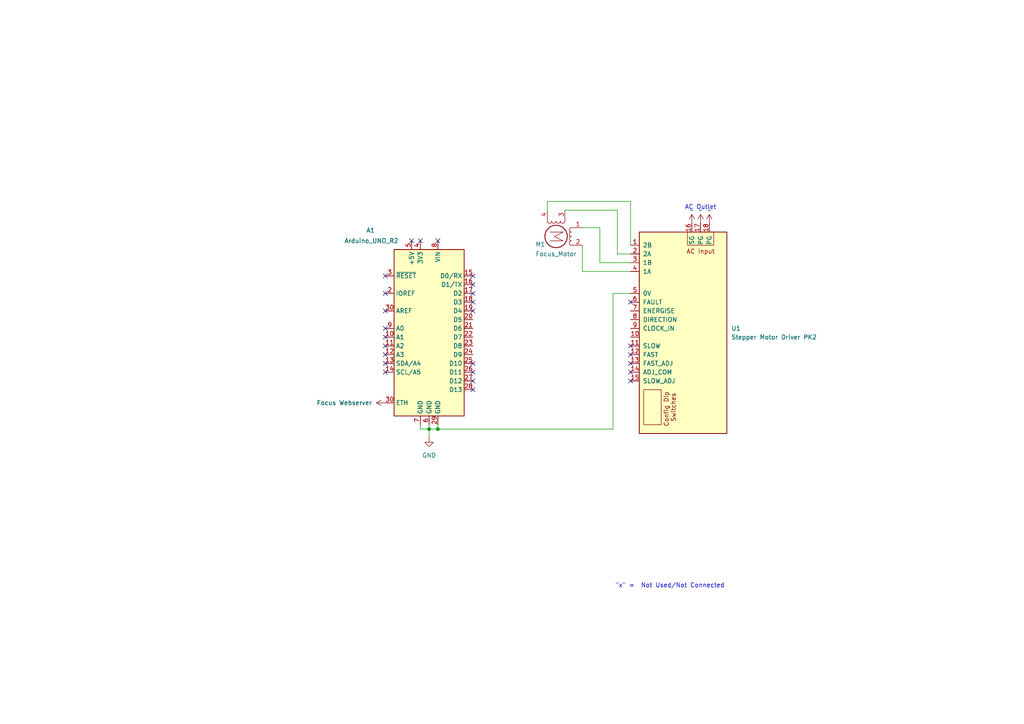
<source format=kicad_sch>
(kicad_sch (version 20250114) (generator "eeschema") (generator_version "9.0")
  (paper "A4")
  (lib_symbols
    (symbol "Driver_Motor:STK672-040-E" (pin_names (offset 1.016))
      (property "Reference" "U1" (at -12.7 -0.0001 0))
      (property "Value" "Stepper Motor Driver PK2" (at -12.7 2.5399 0))
      (symbol "STK672-040-E_0_1"
        (rectangle (start -11.43 30.48) (end 13.97 -27.94) (stroke (width 0.254)) (fill (type background)))
        (rectangle (start 7.62 27.94) (end 12.7 17.78))
      )
      (symbol "STK672-040-E_1_1"
        (rectangle (start -7.62 -24.13) (end 0 -27.94))
        (text "AC Input" (at -3.81 -22.352 0) (effects (font (size 1.27 1.27))))
        (text "Config Dip \nSwitches" (at 5.08 22.86 900) (effects (font (size 1.27 1.27))))
        (pin power_in line (at -6.35 -30.48 90) (length 2.54) (name "PG") (number "18"))
        (pin power_in line (at -3.81 -30.48 90) (length 2.54) (name "PG") (number "17"))
        (pin power_in line (at -1.27 -30.48 90) (length 2.54) (name "SG") (number "16"))
        (pin input line (at 16.51 15.24 180) (length 2.54) (name "SLOW_ADJ") (number "15"))
        (pin input line (at 16.51 12.7 180) (length 2.54) (name "ADJ_COM") (number "14"))
        (pin input line (at 16.51 10.16 180) (length 2.54) (name "FAST_ADJ") (number "13"))
        (pin input line (at 16.51 7.62 180) (length 2.54) (name "FAST") (number "12"))
        (pin input line (at 16.51 5.08 180) (length 2.54) (name "SLOW") (number "11"))
        (pin input line (at 16.51 2.54 180) (length 2.54) (name "") (number "10"))
        (pin input line (at 16.51 0 180) (length 2.54) (name "CLOCK_IN") (number "9"))
        (pin input line (at 16.51 -2.54 180) (length 2.54) (name "DIRECTION") (number "8"))
        (pin input line (at 16.51 -5.08 180) (length 2.54) (name "ENERGISE") (number "7"))
        (pin output line (at 16.51 -7.62 180) (length 2.54) (name "FAULT") (number "6"))
        (pin input line (at 16.51 -10.16 180) (length 2.54) (name "0V") (number "5"))
        (pin output line (at 16.51 -16.51 180) (length 2.54) (name "1A") (number "4"))
        (pin output line (at 16.51 -19.05 180) (length 2.54) (name "1B") (number "3"))
        (pin output line (at 16.51 -21.59 180) (length 2.54) (name "2A") (number "2"))
        (pin output line (at 16.51 -24.13 180) (length 2.54) (name "2B") (number "1"))
      )
    )
    (symbol "MCU_Module:Arduino_UNO_R2"
      (property "Reference" "A1" (at 7.2741 27.94 0))
      (property "Value" "Arduino_UNO_R2" (at 7.2741 25.4 0))
      (symbol "Arduino_UNO_R2_0_1"
        (rectangle (start -10.16 22.86) (end 10.16 -25.4) (stroke (width 0.254)) (fill (type background)))
      )
      (symbol "Arduino_UNO_R2_1_1"
        (pin bidirectional line (at -12.7 15.24 0) (length 2.54) (name "D0/RX") (number "15"))
        (pin bidirectional line (at -12.7 12.7 0) (length 2.54) (name "D1/TX") (number "16"))
        (pin bidirectional line (at -12.7 10.16 0) (length 2.54) (name "D2") (number "17"))
        (pin bidirectional line (at -12.7 7.62 0) (length 2.54) (name "D3") (number "18"))
        (pin bidirectional line (at -12.7 5.08 0) (length 2.54) (name "D4") (number "19"))
        (pin bidirectional line (at -12.7 2.54 0) (length 2.54) (name "D5") (number "20"))
        (pin bidirectional line (at -12.7 0 0) (length 2.54) (name "D6") (number "21"))
        (pin bidirectional line (at -12.7 -2.54 0) (length 2.54) (name "D7") (number "22"))
        (pin bidirectional line (at -12.7 -5.08 0) (length 2.54) (name "D8") (number "23"))
        (pin bidirectional line (at -12.7 -7.62 0) (length 2.54) (name "D9") (number "24"))
        (pin bidirectional line (at -12.7 -10.16 0) (length 2.54) (name "D10") (number "25"))
        (pin bidirectional line (at -12.7 -12.7 0) (length 2.54) (name "D11") (number "26"))
        (pin bidirectional line (at -12.7 -15.24 0) (length 2.54) (name "D12") (number "27"))
        (pin bidirectional line (at -12.7 -17.78 0) (length 2.54) (name "D13") (number "28"))
        (pin no_connect line (at -10.16 -20.32 0) (length 2.54) (hide yes) (name "NC") (number "1"))
        (pin power_in line (at -2.54 25.4 270) (length 2.54) (name "VIN") (number "8"))
        (pin power_in line (at -2.54 -27.94 90) (length 2.54) (name "GND") (number "29"))
        (pin power_in line (at 0 -27.94 90) (length 2.54) (name "GND") (number "6"))
        (pin power_out line (at 2.54 25.4 270) (length 2.54) (name "3V3") (number "4"))
        (pin power_in line (at 2.54 -27.94 90) (length 2.54) (name "GND") (number "7"))
        (pin power_out line (at 5.08 25.4 270) (length 2.54) (name "+5V") (number "5"))
        (pin input line (at 12.7 15.24 180) (length 2.54) (name "~{RESET}") (number "3"))
        (pin output line (at 12.7 10.16 180) (length 2.54) (name "IOREF") (number "2"))
        (pin input line (at 12.7 5.08 180) (length 2.54) (name "AREF") (number "30"))
        (pin bidirectional line (at 12.7 0 180) (length 2.54) (name "A0") (number "9"))
        (pin bidirectional line (at 12.7 -2.54 180) (length 2.54) (name "A1") (number "10"))
        (pin bidirectional line (at 12.7 -5.08 180) (length 2.54) (name "A2") (number "11"))
        (pin bidirectional line (at 12.7 -7.62 180) (length 2.54) (name "A3") (number "12"))
        (pin bidirectional line (at 12.7 -10.16 180) (length 2.54) (name "SDA/A4") (number "13"))
        (pin bidirectional line (at 12.7 -12.7 180) (length 2.54) (name "SCL/A5") (number "14"))
        (pin bidirectional line (at 12.7 -21.59 180) (length 2.54) (name "ETH") (number "30"))
      )
    )
    (symbol "Motor:Stepper_Motor_bipolar" (pin_names (offset 0) (hide yes))
      (property "Reference" "M" (at 3.81 2.54 0))
      (property "Value" "Stepper_Motor_bipolar" (at 3.81 1.27 0))
      (symbol "Stepper_Motor_bipolar_0_0"
        (polyline (pts (xy -1.27 -1.778) (xy -1.27 2.032) (xy 0 -0.508) (xy 1.27 2.032) (xy 1.27 -1.778)))
      )
      (symbol "Stepper_Motor_bipolar_0_1"
        (polyline (pts (xy -5.08 2.54) (xy -4.445 2.54)))
        (polyline (pts (xy -5.08 -2.54) (xy -4.445 -2.54)))
        (arc (start -4.445 2.54) (mid -3.8127 1.905) (end -4.445 1.27))
        (arc (start -4.445 1.27) (mid -3.8127 0.635) (end -4.445 0))
        (arc (start -4.445 0) (mid -3.8127 -0.635) (end -4.445 -1.27))
        (arc (start -4.445 -1.27) (mid -3.8127 -1.905) (end -4.445 -2.54))
        (polyline (pts (xy -2.54 5.08) (xy -2.54 4.445)))
        (arc (start -1.27 4.445) (mid -1.905 3.8127) (end -2.54 4.445))
        (arc (start 0 4.445) (mid -0.635 3.8127) (end -1.27 4.445))
        (circle (center 0 0) (radius 3.2512) (stroke (width 0.254)))
        (arc (start 1.27 4.445) (mid 0.635 3.8127) (end 0 4.445))
        (arc (start 2.54 4.445) (mid 1.905 3.8127) (end 1.27 4.445))
        (polyline (pts (xy 2.54 5.08) (xy 2.54 4.445)))
      )
      (symbol "Stepper_Motor_bipolar_1_1"
        (pin passive line (at -7.62 2.54 0) (length 2.54) (name "~") (number "3"))
        (pin passive line (at -7.62 -2.54 0) (length 2.54) (name "~") (number "4"))
        (pin passive line (at -2.54 7.62 270) (length 2.54) (name "~") (number "1"))
        (pin passive line (at 2.54 7.62 270) (length 2.54) (name "-") (number "2"))
      )
    )
    (symbol "power:+BATT" (power) (pin_numbers (hide yes)) (pin_names (offset 0) (hide yes))
      (property "Value" "+BATT" (at 0 3.556 0))
      (symbol "+BATT_0_1"
        (polyline (pts (xy -0.762 1.27) (xy 0 2.54)))
        (polyline (pts (xy 0 2.54) (xy 0.762 1.27)))
        (polyline (pts (xy 0 0) (xy 0 2.54)))
      )
      (symbol "+BATT_1_1"
        (pin power_in line (at 0 0 90) (length 0) (name "~") (number "1"))
      )
    )
    (symbol "power:GND" (power) (pin_numbers (hide yes)) (pin_names (offset 0) (hide yes))
      (property "Value" "GND" (at 0 -3.81 0))
      (symbol "GND_0_1"
        (polyline (pts (xy 0 0) (xy 0 -1.27) (xy 1.27 -1.27) (xy 0 -2.54) (xy -1.27 -1.27) (xy 0 -1.27)))
      )
      (symbol "GND_1_1"
        (pin power_in line (at 0 0 270) (length 0) (name "~") (number "1"))
      )
    )
  )
  (text "AC Outlet" (at 203.2 60.198 0) (effects (font (size 1.27 1.27))))
  (text "\"x\" =  Not Used/Not Connected\n" (at 194.31 169.926 0) (effects (font (size 1.27 1.27))))
  (junction (at 127 124.46))
  (junction (at 124.46 124.46))
  (no_connect (at 137.16 113.03))
  (no_connect (at 111.76 80.01))
  (no_connect (at 137.16 80.01))
  (no_connect (at 137.16 82.55))
  (no_connect (at 137.16 105.41))
  (no_connect (at 111.76 100.33))
  (no_connect (at 182.88 110.49))
  (no_connect (at 111.76 105.41))
  (no_connect (at 119.38 69.85))
  (no_connect (at 111.76 102.87))
  (no_connect (at 127 69.85))
  (no_connect (at 137.16 107.95))
  (no_connect (at 137.16 110.49))
  (no_connect (at 182.88 107.95))
  (no_connect (at 111.76 97.79))
  (no_connect (at 182.88 102.87))
  (no_connect (at 182.88 105.41))
  (no_connect (at 111.76 95.25))
  (no_connect (at 182.88 100.33))
  (no_connect (at 111.76 85.09))
  (no_connect (at 111.76 107.95))
  (no_connect (at 137.16 90.17))
  (no_connect (at 137.16 87.63))
  (no_connect (at 121.92 69.85))
  (no_connect (at 182.88 87.63))
  (no_connect (at 111.76 90.17))
  (no_connect (at 137.16 85.09))
  (wire (pts (xy 177.8 124.46) (xy 177.8 85.09)))
  (wire (pts (xy 127 124.46) (xy 177.8 124.46)))
  (wire (pts (xy 127 124.46) (xy 127 123.19)))
  (wire (pts (xy 121.92 124.46) (xy 124.46 124.46)))
  (wire (pts (xy 121.92 123.19) (xy 121.92 124.46)))
  (wire (pts (xy 177.8 85.09) (xy 182.88 85.09)))
  (wire (pts (xy 182.88 58.42) (xy 158.75 58.42)))
  (wire (pts (xy 124.46 124.46) (xy 124.46 123.19)))
  (wire (pts (xy 182.88 73.66) (xy 179.07 73.66)))
  (wire (pts (xy 124.46 124.46) (xy 124.46 127)))
  (wire (pts (xy 168.91 78.74) (xy 168.91 71.12)))
  (wire (pts (xy 173.99 76.2) (xy 182.88 76.2)))
  (wire (pts (xy 168.91 78.74) (xy 182.88 78.74)))
  (wire (pts (xy 158.75 58.42) (xy 158.75 60.96)))
  (wire (pts (xy 179.07 73.66) (xy 179.07 60.96)))
  (wire (pts (xy 179.07 60.96) (xy 163.83 60.96)))
  (wire (pts (xy 182.88 71.12) (xy 182.88 58.42)))
  (wire (pts (xy 173.99 76.2) (xy 173.99 66.04)))
  (wire (pts (xy 124.46 124.46) (xy 127 124.46)))
  (wire (pts (xy 173.99 66.04) (xy 168.91 66.04)))
  (symbol (lib_id "power:+BATT") (at 205.74 64.77 0) (unit 1)
    (property "Reference" "#PWR04" (effects (hide yes)))
    (property "Value" "~" (at 205.74 60.96 0))
    (property "Description" "Power symbol creates a global label with name \"+BATT\"" (effects (hide yes)))
  )
  (symbol (lib_id "power:+BATT") (at 200.66 64.77 0) (unit 1)
    (property "Reference" "#PWR02" (effects (hide yes)))
    (property "Value" "~" (at 200.66 60.96 0))
    (property "Description" "Power symbol creates a global label with name \"+BATT\"" (effects (hide yes)))
  )
  (symbol (lib_id "Motor:Stepper_Motor_bipolar") (at 161.29 68.58 270) (unit 1)
    (property "Reference" "M1" (at 156.718 70.866 90))
    (property "Value" "Focus_Motor" (at 161.29 73.66 90))
    (property "Datasheet" "http://www.infineon.com/dgdl/Application-Note-TLE8110EE_driving_UniPolarStepperMotor_V1.1.pdf?fileId=db3a30431be39b97011be5d0aa0a00b0" (effects (hide yes)))
    (property "Description" "4-wire bipolar stepper motor" (effects (hide yes)))
  )
  (symbol (lib_id "Driver_Motor:STK672-040-E") (at 199.39 95.25 180) (unit 1)
    (property "Reference" "U1" (at 212.09 95.2499 0) (effects (justify right)))
    (property "Value" "Stepper Motor Driver PK2" (at 212.09 97.7899 0) (effects (justify right)))
    (property "Datasheet" "http://www.onsemi.com/pub_link/Collateral/EN5227-D.PDF" (effects (hide yes)))
    (property "Description" "Stepper motor driver with microstepping controller, 1.5A" (effects (hide yes)))
  )
  (symbol (lib_id "power:+BATT") (at 203.2 64.77 0) (unit 1)
    (property "Reference" "#PWR03" (effects (hide yes)))
    (property "Value" "~" (at 203.2 60.96 0))
    (property "Description" "Power symbol creates a global label with name \"+BATT\"" (effects (hide yes)))
  )
  (symbol (lib_id "MCU_Module:Arduino_UNO_R2") (at 124.46 95.25 0) (mirror y) (unit 1)
    (property "Reference" "A1" (at 108.712 66.802 0) (effects (justify left)))
    (property "Value" "Arduino_UNO_R2" (at 115.57 69.85 0) (effects (justify left)))
    (property "Footprint" "Module:Arduino_UNO_R2" (effects (hide yes)))
    (property "Datasheet" "https://www.arduino.cc/en/Main/arduinoBoardUno" (effects (hide yes)))
    (property "Description" "Arduino UNO Microcontroller Module, release 2" (effects (hide yes)))
  )
  (symbol (lib_id "power:+BATT") (at 111.76 116.84 90) (unit 1)
    (property "Reference" "#PWR01" (effects (hide yes)))
    (property "Value" "Focus Webserver" (at 107.95 116.8401 90) (effects (justify left)))
    (property "Description" "Power symbol creates a global label with name \"+BATT\"" (effects (hide yes)))
  )
  (symbol (lib_id "power:GND") (at 124.46 127 0) (unit 1)
    (property "Reference" "#PWR05" (effects (hide yes)))
    (property "Value" "GND" (at 124.46 132.08 0))
    (property "Description" "Power symbol creates a global label with name \"GND\" , ground" (effects (hide yes)))
  )
)
</source>
